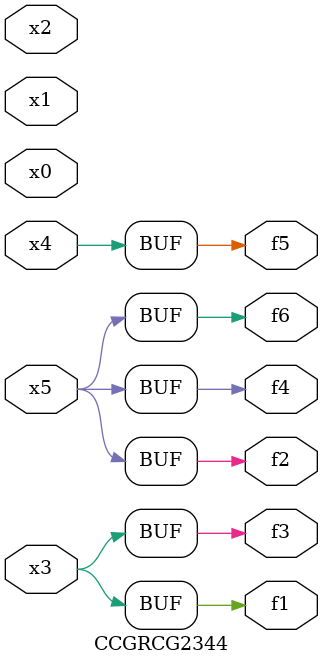
<source format=v>
module CCGRCG2344(
	input x0, x1, x2, x3, x4, x5,
	output f1, f2, f3, f4, f5, f6
);
	assign f1 = x3;
	assign f2 = x5;
	assign f3 = x3;
	assign f4 = x5;
	assign f5 = x4;
	assign f6 = x5;
endmodule

</source>
